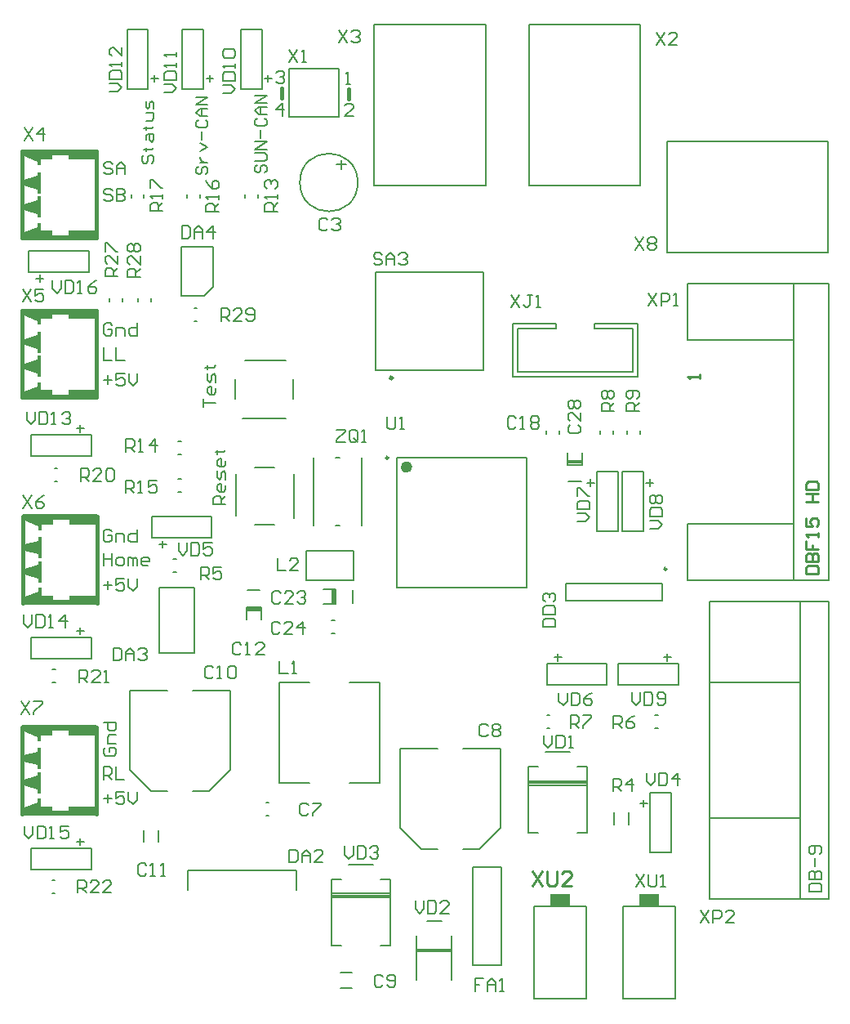
<source format=gto>
G04 Layer_Color=65535*
%FSLAX44Y44*%
%MOMM*%
G71*
G01*
G75*
%ADD33C,0.2000*%
%ADD34C,0.4000*%
%ADD35C,0.3000*%
%ADD39C,0.2500*%
%ADD72C,0.2540*%
%ADD73C,0.6000*%
%ADD74C,0.1524*%
%ADD75C,0.1800*%
%ADD76C,0.1500*%
G36*
X960120Y677314D02*
X972058D01*
Y672488D01*
X989076Y672496D01*
Y677314D01*
X1018032D01*
Y667408D01*
X941070D01*
Y675282D01*
X957076Y681246D01*
Y685496D01*
X960120D01*
Y677314D01*
D02*
G37*
G36*
X1017524Y532534D02*
X988284D01*
Y537034D01*
X971284D01*
Y532534D01*
X959284D01*
Y526534D01*
X956284D01*
Y530534D01*
X940308Y537106D01*
Y542948D01*
X1017524D01*
Y532534D01*
D02*
G37*
G36*
X960076Y715794D02*
X957076D01*
Y719794D01*
X942848Y723796D01*
Y729892D01*
X957076Y733794D01*
Y737794D01*
X960076D01*
Y715794D01*
D02*
G37*
G36*
Y690748D02*
X957076D01*
Y694748D01*
X942848Y698650D01*
Y704746D01*
X957076Y708748D01*
Y712748D01*
X960076D01*
Y690748D01*
D02*
G37*
G36*
X959314Y497354D02*
X956314D01*
Y501354D01*
X942086Y505356D01*
Y511452D01*
X956314Y515354D01*
Y519354D01*
X959314D01*
Y497354D01*
D02*
G37*
G36*
X1600708Y355638D02*
X1580388D01*
Y367792D01*
X1600708D01*
Y355638D01*
D02*
G37*
G36*
X1508252D02*
X1487932D01*
Y367792D01*
X1508252D01*
Y355638D01*
D02*
G37*
G36*
X959314Y472308D02*
X956314D01*
Y476308D01*
X942086Y480210D01*
Y486306D01*
X956314Y490308D01*
Y494308D01*
X959314D01*
Y472308D01*
D02*
G37*
G36*
X959358Y458874D02*
X971296D01*
Y454048D01*
X988314Y454056D01*
Y458874D01*
X1017270D01*
Y448968D01*
X940308D01*
Y456842D01*
X956314Y462806D01*
Y467056D01*
X959358D01*
Y458874D01*
D02*
G37*
G36*
X959314Y1068700D02*
X956314D01*
Y1072700D01*
X942086Y1076602D01*
Y1082698D01*
X956314Y1086700D01*
Y1090700D01*
X959314D01*
Y1068700D01*
D02*
G37*
G36*
X959358Y1055266D02*
X971296D01*
Y1050440D01*
X988314Y1050448D01*
Y1055266D01*
X1017270D01*
Y1045360D01*
X940308D01*
Y1053234D01*
X956314Y1059198D01*
Y1063448D01*
X959358D01*
Y1055266D01*
D02*
G37*
G36*
X1017524Y1128926D02*
X988284D01*
Y1133426D01*
X971284D01*
Y1128926D01*
X959284D01*
Y1122926D01*
X956284D01*
Y1126926D01*
X940308Y1133498D01*
Y1139340D01*
X1017524D01*
Y1128926D01*
D02*
G37*
G36*
X959314Y1093746D02*
X956314D01*
Y1097746D01*
X942086Y1101748D01*
Y1107844D01*
X956314Y1111746D01*
Y1115746D01*
X959314D01*
Y1093746D01*
D02*
G37*
G36*
X1017778Y963826D02*
X988538D01*
Y968326D01*
X971538D01*
Y963826D01*
X959538D01*
Y957826D01*
X956538D01*
Y961826D01*
X940562Y968398D01*
Y974240D01*
X1017778D01*
Y963826D01*
D02*
G37*
G36*
X959612Y890166D02*
X971550D01*
Y885340D01*
X988568Y885348D01*
Y890166D01*
X1017524D01*
Y880260D01*
X940562D01*
Y888134D01*
X956568Y894098D01*
Y898348D01*
X959612D01*
Y890166D01*
D02*
G37*
G36*
X1018286Y750974D02*
X989046D01*
Y755474D01*
X972046D01*
Y750974D01*
X960046D01*
Y744974D01*
X957046D01*
Y748974D01*
X941070Y755546D01*
Y761388D01*
X1018286D01*
Y750974D01*
D02*
G37*
G36*
X959568Y928646D02*
X956568D01*
Y932646D01*
X942340Y936648D01*
Y942744D01*
X956568Y946646D01*
Y950646D01*
X959568D01*
Y928646D01*
D02*
G37*
G36*
Y903600D02*
X956568D01*
Y907600D01*
X942340Y911502D01*
Y917598D01*
X956568Y921600D01*
Y925600D01*
X959568D01*
Y903600D01*
D02*
G37*
D33*
X1288222Y1105154D02*
G03*
X1288222Y1105154I-30000J0D01*
G01*
X1471092Y259588D02*
X1525016D01*
X1471092D02*
Y355388D01*
X1525092D01*
Y259588D02*
Y355388D01*
X958404Y1001862D02*
Y1009362D01*
X954654Y1005612D02*
X962154D01*
X947154Y1012112D02*
X1009154D01*
X947154D02*
Y1034112D01*
X1009154Y1012112D02*
Y1034112D01*
X947154D02*
X1009154D01*
X1112246Y392484D02*
X1224246D01*
X1112246Y372284D02*
Y392484D01*
X1224246Y372164D02*
Y392484D01*
X1496968Y844574D02*
Y847574D01*
X1483468Y844574D02*
Y847574D01*
X973860Y795382D02*
X976860D01*
X973860Y808882D02*
X976860D01*
X1101876Y836568D02*
X1104876D01*
X1101876Y823068D02*
X1104876D01*
X1172718Y663684D02*
X1187958D01*
X1173838Y682884D02*
X1186838D01*
X1172718Y665494D02*
X1187958D01*
Y652794D02*
Y665494D01*
X1172718Y652794D02*
Y665494D01*
Y661684D02*
X1187958D01*
X1270100Y270638D02*
X1282600D01*
X1270100Y286638D02*
X1282600D01*
X1265206Y820114D02*
X1269206D01*
X1265206Y750114D02*
X1269206D01*
X1242206D02*
Y820114D01*
X1292206Y750114D02*
Y820114D01*
X1563548Y259588D02*
X1617472D01*
X1563548D02*
Y355388D01*
X1617548D01*
Y259588D02*
Y355388D01*
X1283654Y692648D02*
Y723148D01*
X1235154D02*
X1283654D01*
X1235154Y692648D02*
Y723148D01*
Y692648D02*
X1283654D01*
X1096796Y714648D02*
X1099796D01*
X1096796Y701148D02*
X1099796D01*
X1193062Y462934D02*
X1196062D01*
X1193062Y449434D02*
X1196062D01*
X1504226Y671720D02*
Y689720D01*
X1604226Y671720D02*
Y689720D01*
X1504226Y671720D02*
X1604226D01*
X1504226Y689720D02*
X1604226D01*
X1580788Y844574D02*
Y847574D01*
X1567288Y844574D02*
Y847574D01*
X1552848Y844574D02*
Y847574D01*
X1539348Y844574D02*
Y847574D01*
X1596500Y553000D02*
X1599500D01*
X1596500Y539500D02*
X1599500D01*
X1587280Y794196D02*
X1594780D01*
X1591030Y790446D02*
Y797946D01*
X1584530Y743446D02*
Y805446D01*
X1562530D02*
X1584530D01*
X1562530Y743446D02*
X1584530D01*
X1562530D02*
Y805446D01*
X1525864Y794196D02*
X1533364D01*
X1529614Y790446D02*
Y797946D01*
X1536114Y743446D02*
Y805446D01*
X1558114D01*
X1536114Y743446D02*
X1558114D01*
Y805446D01*
X1495750Y609500D02*
Y617000D01*
X1492000Y613250D02*
X1499500D01*
X1484500Y606750D02*
X1546500D01*
X1484500Y584750D02*
Y606750D01*
X1546500Y584750D02*
Y606750D01*
X1484500Y584750D02*
X1546500D01*
X1609250Y609500D02*
Y617000D01*
X1605500Y613250D02*
X1613000D01*
X1558500Y606750D02*
X1620500D01*
Y584750D02*
Y606750D01*
X1558500Y584750D02*
Y606750D01*
Y584750D02*
X1620500D01*
X1526286Y431292D02*
Y499872D01*
X1465326Y431292D02*
Y499872D01*
X1483106Y515112D02*
X1508506D01*
X1516126Y431292D02*
X1526286D01*
X1465326D02*
X1475486D01*
X1516126Y499872D02*
X1526286D01*
X1465326D02*
X1475486D01*
X1465326Y484872D02*
X1526286D01*
X1465326Y482872D02*
X1526286D01*
X1465326Y480872D02*
X1526286D01*
X1407500Y294250D02*
X1437500D01*
Y396250D01*
X1407500D02*
X1437500D01*
X1407500Y294250D02*
Y396250D01*
X1206824Y482924D02*
X1237824D01*
X1206824D02*
Y586924D01*
X1237824D01*
X1279824Y482924D02*
X1310824D01*
Y586924D01*
X1279824D02*
X1310824D01*
X1553592Y440028D02*
Y452528D01*
X1569592Y440028D02*
Y452528D01*
X1332300Y518852D02*
X1371050D01*
X1332300Y436852D02*
Y518852D01*
Y436852D02*
X1354300Y414852D01*
X1371050D01*
X1397550Y518852D02*
X1436300D01*
Y436852D02*
Y518852D01*
X1414300Y414852D02*
X1436300Y436852D01*
X1397550Y414852D02*
X1414300D01*
X1349500Y278890D02*
Y324610D01*
X1385500Y278890D02*
Y324610D01*
X1359880Y339850D02*
X1375120D01*
X1349500Y308610D02*
X1385500D01*
X1349500Y310610D02*
X1385500D01*
X1322070Y314960D02*
Y383540D01*
X1261110Y314960D02*
Y383540D01*
X1278890Y398780D02*
X1304290D01*
X1311910Y314960D02*
X1322070D01*
X1261110D02*
X1271270D01*
X1311910Y383540D02*
X1322070D01*
X1261110D02*
X1271270D01*
X1261110Y368540D02*
X1322070D01*
X1261110Y366540D02*
X1322070D01*
X1261110Y364540D02*
X1322070D01*
X1051884Y578796D02*
X1090634D01*
X1051884Y496796D02*
Y578796D01*
Y496796D02*
X1073884Y474796D01*
X1090634D01*
X1117134Y578796D02*
X1155884D01*
Y496796D02*
Y578796D01*
X1133884Y474796D02*
X1155884Y496796D01*
X1117134Y474796D02*
X1133884D01*
X1065912Y421740D02*
Y434240D01*
X1081912Y421740D02*
Y434240D01*
X1580982Y461964D02*
X1588482D01*
X1584732Y458214D02*
Y465714D01*
X1591232Y411214D02*
Y473214D01*
X1613232D01*
X1591232Y411214D02*
X1613232D01*
Y473214D01*
X1082332Y618010D02*
X1118832D01*
Y685010D01*
X1082332D02*
X1118832D01*
X1082332Y618010D02*
Y685010D01*
X1085912Y726526D02*
Y734026D01*
X1082162Y730276D02*
X1089662D01*
X1074662Y736776D02*
X1136662D01*
X1074662D02*
Y758776D01*
X1136662Y736776D02*
Y758776D01*
X1074662D02*
X1136662D01*
X1073692Y1212912D02*
X1081192D01*
X1077442Y1209162D02*
Y1216662D01*
X1070942Y1201662D02*
Y1263662D01*
X1048942Y1201662D02*
X1070942D01*
X1048942Y1263662D02*
X1070942D01*
X1048942Y1201662D02*
Y1263662D01*
X1066692Y1089684D02*
Y1092684D01*
X1053192Y1089684D02*
Y1092684D01*
X1131096Y1212912D02*
X1138596D01*
X1134846Y1209162D02*
Y1216662D01*
X1128346Y1201662D02*
Y1263662D01*
X1106346Y1201662D02*
X1128346D01*
X1106346Y1263662D02*
X1128346D01*
X1106346Y1201662D02*
Y1263662D01*
X1191548Y1212912D02*
X1199048D01*
X1195298Y1209162D02*
Y1216662D01*
X1188798Y1201662D02*
Y1263662D01*
X1166798Y1201662D02*
X1188798D01*
X1166798Y1263662D02*
X1188798D01*
X1166798Y1201662D02*
Y1263662D01*
X1171048Y1089684D02*
Y1092684D01*
X1184548Y1089684D02*
Y1092684D01*
X1181768Y750288D02*
X1201768D01*
X1161768Y760288D02*
Y802788D01*
X1181768Y810288D02*
X1201768D01*
X1221768Y757788D02*
Y802788D01*
X1161260Y881032D02*
Y901032D01*
X1171260Y921032D02*
X1213760D01*
X1221260Y881032D02*
Y901032D01*
X1168760Y861032D02*
X1213760D01*
X1263450Y668528D02*
Y683768D01*
X1282650Y669648D02*
Y682648D01*
X1265260Y668528D02*
Y683768D01*
X1252560Y668528D02*
X1265260D01*
X1252560Y683768D02*
X1265260D01*
X1261450Y668528D02*
Y683768D01*
X1261206Y638410D02*
X1264206D01*
X1261206Y651910D02*
X1264206D01*
X1418336Y910336D02*
Y1011936D01*
X1306576Y910336D02*
X1418336D01*
X1306576Y1011936D02*
X1418336D01*
X1306576Y910336D02*
Y1011936D01*
X1030840Y981734D02*
Y984734D01*
X1044340Y981734D02*
Y984734D01*
X1073550Y981734D02*
Y984734D01*
X1060050Y981734D02*
Y984734D01*
X1118640Y961752D02*
X1121640D01*
X1118640Y975252D02*
X1121640D01*
X1217030Y1172802D02*
X1269030D01*
Y1222802D01*
X1217030D02*
X1269030D01*
X1217030Y1197802D02*
Y1222802D01*
Y1172802D02*
Y1197802D01*
X1581404Y1101936D02*
Y1268436D01*
X1465580Y1101936D02*
X1581404D01*
X1465580D02*
Y1268436D01*
X1581404D01*
X1421130Y1101936D02*
Y1268436D01*
X1305306Y1101936D02*
X1421130D01*
X1305306D02*
Y1268436D01*
X1421130D01*
X1266222Y1123654D02*
X1276222D01*
X1271222Y1118654D02*
Y1128654D01*
X1101876Y784206D02*
X1104876D01*
X1101876Y797706D02*
X1104876D01*
X1533652Y953832D02*
X1573652D01*
X1533652Y958832D02*
X1578652D01*
X1533652Y953832D02*
Y958832D01*
X1453652Y953832D02*
X1493652D01*
X1448652Y958832D02*
X1493652D01*
Y953832D02*
Y958832D01*
X1453652Y908832D02*
X1573652D01*
X1448652Y903832D02*
X1578652D01*
Y958832D01*
X1448652Y903832D02*
Y958832D01*
X1453652Y908832D02*
Y953832D01*
X1573652Y908832D02*
Y953832D01*
X1652984Y586890D02*
X1746984D01*
X1776984Y362890D02*
Y670890D01*
X1652984Y446890D02*
X1746984D01*
X1652984Y362890D02*
Y670890D01*
X1776984D01*
X1652984Y362890D02*
X1776984D01*
X1746984D02*
Y670890D01*
X1484250Y553000D02*
X1487250D01*
X1484250Y539500D02*
X1487250D01*
X1775928Y1032256D02*
Y1148080D01*
X1609428D02*
X1775928D01*
X1609428Y1032256D02*
Y1148080D01*
Y1032256D02*
X1775928D01*
X949694Y393622D02*
X1011694D01*
X949694D02*
Y415622D01*
X1011694Y393622D02*
Y415622D01*
X949694D02*
X1011694D01*
X996694Y422122D02*
X1004194D01*
X1000444Y418372D02*
Y425872D01*
X971320Y382162D02*
X974320D01*
X971320Y368662D02*
X974320D01*
X949694Y612062D02*
X1011694D01*
X949694D02*
Y634062D01*
X1011694Y612062D02*
Y634062D01*
X949694D02*
X1011694D01*
X996694Y640562D02*
X1004194D01*
X1000444Y636812D02*
Y644312D01*
X971828Y600348D02*
X974828D01*
X971828Y586848D02*
X974828D01*
X949694Y821612D02*
X1011694D01*
X949694D02*
Y843612D01*
X1011694Y821612D02*
Y843612D01*
X949694D02*
X1011694D01*
X996694Y850112D02*
X1004194D01*
X1000444Y846362D02*
Y853862D01*
X1124350Y1089684D02*
Y1092684D01*
X1110850Y1089684D02*
Y1092684D01*
X1505712Y816596D02*
X1520952D01*
Y812786D02*
Y825486D01*
X1505712Y812786D02*
Y825486D01*
Y812786D02*
X1520952D01*
X1506832Y795396D02*
X1519832D01*
X1505712Y814596D02*
X1520952D01*
X1328738Y685356D02*
X1463738D01*
X1328738Y820356D02*
X1463738D01*
Y685356D02*
Y820356D01*
X1328738Y685356D02*
Y820356D01*
X1105154Y1038860D02*
X1138174D01*
Y996950D02*
Y1038860D01*
X1105154Y988060D02*
Y1038860D01*
X1129284Y988060D02*
X1138174Y996950D01*
X1105154Y988060D02*
X1129284D01*
X1756114Y370332D02*
X1769110D01*
Y376830D01*
X1766944Y378996D01*
X1758280D01*
X1756114Y376830D01*
Y370332D01*
Y383328D02*
X1769110D01*
Y389826D01*
X1766944Y391992D01*
X1764778D01*
X1762612Y389826D01*
Y383328D01*
Y389826D01*
X1760446Y391992D01*
X1758280D01*
X1756114Y389826D01*
Y383328D01*
X1762612Y396324D02*
Y404987D01*
X1766944Y409319D02*
X1769110Y411485D01*
Y415817D01*
X1766944Y417983D01*
X1758280D01*
X1756114Y415817D01*
Y411485D01*
X1758280Y409319D01*
X1760446D01*
X1762612Y411485D01*
Y417983D01*
X1643750Y351246D02*
X1652414Y338250D01*
Y351246D02*
X1643750Y338250D01*
X1656746D02*
Y351246D01*
X1663244D01*
X1665410Y349080D01*
Y344748D01*
X1663244Y342582D01*
X1656746D01*
X1678405Y338250D02*
X1669742D01*
X1678405Y346914D01*
Y349080D01*
X1676239Y351246D01*
X1671908D01*
X1669742Y349080D01*
X939292Y567478D02*
X947956Y554482D01*
Y567478D02*
X939292Y554482D01*
X952288Y567478D02*
X960952D01*
Y565312D01*
X952288Y556648D01*
Y554482D01*
X941324Y780838D02*
X949988Y767842D01*
Y780838D02*
X941324Y767842D01*
X962984Y780838D02*
X958652Y778672D01*
X954320Y774340D01*
Y770008D01*
X956486Y767842D01*
X960818D01*
X962984Y770008D01*
Y772174D01*
X960818Y774340D01*
X954320D01*
X940816Y994452D02*
X949480Y981456D01*
Y994452D02*
X940816Y981456D01*
X962476Y994452D02*
X953812D01*
Y987954D01*
X958144Y990120D01*
X960310D01*
X962476Y987954D01*
Y983622D01*
X960310Y981456D01*
X955978D01*
X953812Y983622D01*
X942594Y1161838D02*
X951258Y1148842D01*
Y1161838D02*
X942594Y1148842D01*
X962088D02*
Y1161838D01*
X955590Y1155340D01*
X964254D01*
X1318750Y862496D02*
Y851666D01*
X1320916Y849500D01*
X1325248D01*
X1327414Y851666D01*
Y862496D01*
X1331746Y849500D02*
X1336078D01*
X1333912D01*
Y862496D01*
X1331746Y860330D01*
X1001000Y795750D02*
Y808746D01*
X1007498D01*
X1009664Y806580D01*
Y802248D01*
X1007498Y800082D01*
X1001000D01*
X1005332D02*
X1009664Y795750D01*
X1022660D02*
X1013996D01*
X1022660Y804414D01*
Y806580D01*
X1020494Y808746D01*
X1016162D01*
X1013996Y806580D01*
X1026992D02*
X1029158Y808746D01*
X1033490D01*
X1035656Y806580D01*
Y797916D01*
X1033490Y795750D01*
X1029158D01*
X1026992Y797916D01*
Y806580D01*
X1144016Y1074674D02*
X1131020D01*
Y1081172D01*
X1133186Y1083338D01*
X1137518D01*
X1139684Y1081172D01*
Y1074674D01*
Y1079006D02*
X1144016Y1083338D01*
Y1087670D02*
Y1092002D01*
Y1089836D01*
X1131020D01*
X1133186Y1087670D01*
X1131020Y1107163D02*
X1133186Y1102832D01*
X1137518Y1098500D01*
X1141850D01*
X1144016Y1100666D01*
Y1104997D01*
X1141850Y1107163D01*
X1139684D01*
X1137518Y1104997D01*
Y1098500D01*
X1508750Y540000D02*
Y552996D01*
X1515248D01*
X1517414Y550830D01*
Y546498D01*
X1515248Y544332D01*
X1508750D01*
X1513082D02*
X1517414Y540000D01*
X1521746Y552996D02*
X1530410D01*
Y550830D01*
X1521746Y542166D01*
Y540000D01*
X1480270Y644906D02*
X1493266D01*
Y651404D01*
X1491100Y653570D01*
X1482436D01*
X1480270Y651404D01*
Y644906D01*
Y657902D02*
X1493266D01*
Y664400D01*
X1491100Y666566D01*
X1482436D01*
X1480270Y664400D01*
Y657902D01*
X1482436Y670898D02*
X1480270Y673064D01*
Y677395D01*
X1482436Y679561D01*
X1484602D01*
X1486768Y677395D01*
Y675230D01*
Y677395D01*
X1488934Y679561D01*
X1491100D01*
X1493266Y677395D01*
Y673064D01*
X1491100Y670898D01*
X1591014Y746506D02*
X1599678D01*
X1604010Y750838D01*
X1599678Y755170D01*
X1591014D01*
Y759502D02*
X1604010D01*
Y766000D01*
X1601844Y768166D01*
X1593180D01*
X1591014Y766000D01*
Y759502D01*
X1593180Y772498D02*
X1591014Y774664D01*
Y778996D01*
X1593180Y781161D01*
X1595346D01*
X1597512Y778996D01*
X1599678Y781161D01*
X1601844D01*
X1604010Y778996D01*
Y774664D01*
X1601844Y772498D01*
X1599678D01*
X1597512Y774664D01*
X1595346Y772498D01*
X1593180D01*
X1597512Y774664D02*
Y778996D01*
X1515830Y753872D02*
X1524494D01*
X1528826Y758204D01*
X1524494Y762536D01*
X1515830D01*
Y766868D02*
X1528826D01*
Y773366D01*
X1526660Y775532D01*
X1517996D01*
X1515830Y773366D01*
Y766868D01*
Y779864D02*
Y788528D01*
X1517996D01*
X1526660Y779864D01*
X1528826D01*
X1496750Y576496D02*
Y567832D01*
X1501082Y563500D01*
X1505414Y567832D01*
Y576496D01*
X1509746D02*
Y563500D01*
X1516244D01*
X1518410Y565666D01*
Y574330D01*
X1516244Y576496D01*
X1509746D01*
X1531405D02*
X1527074Y574330D01*
X1522742Y569998D01*
Y565666D01*
X1524908Y563500D01*
X1529240D01*
X1531405Y565666D01*
Y567832D01*
X1529240Y569998D01*
X1522742D01*
X1572500Y576746D02*
Y568082D01*
X1576832Y563750D01*
X1581164Y568082D01*
Y576746D01*
X1585496D02*
Y563750D01*
X1591994D01*
X1594160Y565916D01*
Y574580D01*
X1591994Y576746D01*
X1585496D01*
X1598492Y565916D02*
X1600658Y563750D01*
X1604989D01*
X1607155Y565916D01*
Y574580D01*
X1604989Y576746D01*
X1600658D01*
X1598492Y574580D01*
Y572414D01*
X1600658Y570248D01*
X1607155D01*
X1579880Y868172D02*
X1566884D01*
Y874670D01*
X1569050Y876836D01*
X1573382D01*
X1575548Y874670D01*
Y868172D01*
Y872504D02*
X1579880Y876836D01*
X1577714Y881168D02*
X1579880Y883334D01*
Y887666D01*
X1577714Y889832D01*
X1569050D01*
X1566884Y887666D01*
Y883334D01*
X1569050Y881168D01*
X1571216D01*
X1573382Y883334D01*
Y889832D01*
X1553972Y868172D02*
X1540976D01*
Y874670D01*
X1543142Y876836D01*
X1547474D01*
X1549640Y874670D01*
Y868172D01*
Y872504D02*
X1553972Y876836D01*
X1543142Y881168D02*
X1540976Y883334D01*
Y887666D01*
X1543142Y889832D01*
X1545308D01*
X1547474Y887666D01*
X1549640Y889832D01*
X1551806D01*
X1553972Y887666D01*
Y883334D01*
X1551806Y881168D01*
X1549640D01*
X1547474Y883334D01*
X1545308Y881168D01*
X1543142D01*
X1547474Y883334D02*
Y887666D01*
X1553500Y539750D02*
Y552746D01*
X1559998D01*
X1562164Y550580D01*
Y546248D01*
X1559998Y544082D01*
X1553500D01*
X1557832D02*
X1562164Y539750D01*
X1575160Y552746D02*
X1570828Y550580D01*
X1566496Y546248D01*
Y541916D01*
X1568662Y539750D01*
X1572994D01*
X1575160Y541916D01*
Y544082D01*
X1572994Y546248D01*
X1566496D01*
X1266500Y849246D02*
X1275164D01*
Y847080D01*
X1266500Y838416D01*
Y836250D01*
X1275164D01*
X1288160Y838416D02*
Y847080D01*
X1285994Y849246D01*
X1281662D01*
X1279496Y847080D01*
Y838416D01*
X1281662Y836250D01*
X1285994D01*
X1283828Y840582D02*
X1288160Y836250D01*
X1285994D02*
X1288160Y838416D01*
X1292492Y836250D02*
X1296824D01*
X1294658D01*
Y849246D01*
X1292492Y847080D01*
X1576578Y388154D02*
X1585242Y375158D01*
Y388154D02*
X1576578Y375158D01*
X1589574Y388154D02*
Y377324D01*
X1591740Y375158D01*
X1596072D01*
X1598238Y377324D01*
Y388154D01*
X1602570Y375158D02*
X1606902D01*
X1604736D01*
Y388154D01*
X1602570Y385988D01*
X1447292Y988864D02*
X1455956Y975868D01*
Y988864D02*
X1447292Y975868D01*
X1468952Y988864D02*
X1464620D01*
X1466786D01*
Y978034D01*
X1464620Y975868D01*
X1462454D01*
X1460288Y978034D01*
X1473284Y975868D02*
X1477616D01*
X1475450D01*
Y988864D01*
X1473284Y986698D01*
X1268730Y1262930D02*
X1277394Y1249934D01*
Y1262930D02*
X1268730Y1249934D01*
X1281726Y1260764D02*
X1283892Y1262930D01*
X1288224D01*
X1290390Y1260764D01*
Y1258598D01*
X1288224Y1256432D01*
X1286058D01*
X1288224D01*
X1290390Y1254266D01*
Y1252100D01*
X1288224Y1249934D01*
X1283892D01*
X1281726Y1252100D01*
X1597914Y1260390D02*
X1606578Y1247394D01*
Y1260390D02*
X1597914Y1247394D01*
X1619574D02*
X1610910D01*
X1619574Y1256058D01*
Y1258224D01*
X1617408Y1260390D01*
X1613076D01*
X1610910Y1258224D01*
X1217168Y1242864D02*
X1225832Y1229868D01*
Y1242864D02*
X1217168Y1229868D01*
X1230164D02*
X1234496D01*
X1232330D01*
Y1242864D01*
X1230164Y1240698D01*
X971804Y1003596D02*
Y994932D01*
X976136Y990600D01*
X980468Y994932D01*
Y1003596D01*
X984800D02*
Y990600D01*
X991298D01*
X993464Y992766D01*
Y1001430D01*
X991298Y1003596D01*
X984800D01*
X997796Y990600D02*
X1002128D01*
X999962D01*
Y1003596D01*
X997796Y1001430D01*
X1017289Y1003596D02*
X1012957Y1001430D01*
X1008625Y997098D01*
Y992766D01*
X1010791Y990600D01*
X1015123D01*
X1017289Y992766D01*
Y994932D01*
X1015123Y997098D01*
X1008625D01*
X1148292Y1197610D02*
X1156956D01*
X1161288Y1201942D01*
X1156956Y1206274D01*
X1148292D01*
Y1210606D02*
X1161288D01*
Y1217104D01*
X1159122Y1219270D01*
X1150458D01*
X1148292Y1217104D01*
Y1210606D01*
X1161288Y1223602D02*
Y1227934D01*
Y1225768D01*
X1148292D01*
X1150458Y1223602D01*
Y1234431D02*
X1148292Y1236597D01*
Y1240929D01*
X1150458Y1243095D01*
X1159122D01*
X1161288Y1240929D01*
Y1236597D01*
X1159122Y1234431D01*
X1150458D01*
X1087586Y1198626D02*
X1096250D01*
X1100582Y1202958D01*
X1096250Y1207290D01*
X1087586D01*
Y1211622D02*
X1100582D01*
Y1218120D01*
X1098416Y1220286D01*
X1089752D01*
X1087586Y1218120D01*
Y1211622D01*
X1100582Y1224618D02*
Y1228950D01*
Y1226784D01*
X1087586D01*
X1089752Y1224618D01*
X1100582Y1235447D02*
Y1239779D01*
Y1237613D01*
X1087586D01*
X1089752Y1235447D01*
X1030690Y1199388D02*
X1039354D01*
X1043686Y1203720D01*
X1039354Y1208052D01*
X1030690D01*
Y1212384D02*
X1043686D01*
Y1218882D01*
X1041520Y1221048D01*
X1032856D01*
X1030690Y1218882D01*
Y1212384D01*
X1043686Y1225380D02*
Y1229712D01*
Y1227546D01*
X1030690D01*
X1032856Y1225380D01*
X1043686Y1244873D02*
Y1236209D01*
X1035022Y1244873D01*
X1032856D01*
X1030690Y1242707D01*
Y1238375D01*
X1032856Y1236209D01*
X1102360Y731816D02*
Y723152D01*
X1106692Y718820D01*
X1111024Y723152D01*
Y731816D01*
X1115356D02*
Y718820D01*
X1121854D01*
X1124020Y720986D01*
Y729650D01*
X1121854Y731816D01*
X1115356D01*
X1137016D02*
X1128352D01*
Y725318D01*
X1132684Y727484D01*
X1134849D01*
X1137016Y725318D01*
Y720986D01*
X1134849Y718820D01*
X1130518D01*
X1128352Y720986D01*
X1587750Y493496D02*
Y484832D01*
X1592082Y480500D01*
X1596414Y484832D01*
Y493496D01*
X1600746D02*
Y480500D01*
X1607244D01*
X1609410Y482666D01*
Y491330D01*
X1607244Y493496D01*
X1600746D01*
X1620240Y480500D02*
Y493496D01*
X1613742Y486998D01*
X1622406D01*
X1274826Y417618D02*
Y408954D01*
X1279158Y404622D01*
X1283490Y408954D01*
Y417618D01*
X1287822D02*
Y404622D01*
X1294320D01*
X1296486Y406788D01*
Y415452D01*
X1294320Y417618D01*
X1287822D01*
X1300818Y415452D02*
X1302984Y417618D01*
X1307316D01*
X1309482Y415452D01*
Y413286D01*
X1307316Y411120D01*
X1305150D01*
X1307316D01*
X1309482Y408954D01*
Y406788D01*
X1307316Y404622D01*
X1302984D01*
X1300818Y406788D01*
X1347942Y360974D02*
Y352310D01*
X1352274Y347978D01*
X1356606Y352310D01*
Y360974D01*
X1360938D02*
Y347978D01*
X1367436D01*
X1369602Y350144D01*
Y358808D01*
X1367436Y360974D01*
X1360938D01*
X1382598Y347978D02*
X1373934D01*
X1382598Y356642D01*
Y358808D01*
X1380432Y360974D01*
X1376100D01*
X1373934Y358808D01*
X1481250Y532496D02*
Y523832D01*
X1485582Y519500D01*
X1489914Y523832D01*
Y532496D01*
X1494246D02*
Y519500D01*
X1500744D01*
X1502910Y521666D01*
Y530330D01*
X1500744Y532496D01*
X1494246D01*
X1507242Y519500D02*
X1511574D01*
X1509408D01*
Y532496D01*
X1507242Y530330D01*
X1313462Y1030386D02*
X1311296Y1032552D01*
X1306964D01*
X1304798Y1030386D01*
Y1028220D01*
X1306964Y1026054D01*
X1311296D01*
X1313462Y1023888D01*
Y1021722D01*
X1311296Y1019556D01*
X1306964D01*
X1304798Y1021722D01*
X1317794Y1019556D02*
Y1028220D01*
X1322126Y1032552D01*
X1326458Y1028220D01*
Y1019556D01*
Y1026054D01*
X1317794D01*
X1330790Y1030386D02*
X1332956Y1032552D01*
X1337287D01*
X1339453Y1030386D01*
Y1028220D01*
X1337287Y1026054D01*
X1335122D01*
X1337287D01*
X1339453Y1023888D01*
Y1021722D01*
X1337287Y1019556D01*
X1332956D01*
X1330790Y1021722D01*
X1146556Y961644D02*
Y974640D01*
X1153054D01*
X1155220Y972474D01*
Y968142D01*
X1153054Y965976D01*
X1146556D01*
X1150888D02*
X1155220Y961644D01*
X1168216D02*
X1159552D01*
X1168216Y970308D01*
Y972474D01*
X1166050Y974640D01*
X1161718D01*
X1159552Y972474D01*
X1172548Y963810D02*
X1174714Y961644D01*
X1179045D01*
X1181211Y963810D01*
Y972474D01*
X1179045Y974640D01*
X1174714D01*
X1172548Y972474D01*
Y970308D01*
X1174714Y968142D01*
X1181211D01*
X1062500Y1007250D02*
X1049504D01*
Y1013748D01*
X1051670Y1015914D01*
X1056002D01*
X1058168Y1013748D01*
Y1007250D01*
Y1011582D02*
X1062500Y1015914D01*
Y1028910D02*
Y1020246D01*
X1053836Y1028910D01*
X1051670D01*
X1049504Y1026744D01*
Y1022412D01*
X1051670Y1020246D01*
Y1033242D02*
X1049504Y1035408D01*
Y1039740D01*
X1051670Y1041906D01*
X1053836D01*
X1056002Y1039740D01*
X1058168Y1041906D01*
X1060334D01*
X1062500Y1039740D01*
Y1035408D01*
X1060334Y1033242D01*
X1058168D01*
X1056002Y1035408D01*
X1053836Y1033242D01*
X1051670D01*
X1056002Y1035408D02*
Y1039740D01*
X1039250Y1007750D02*
X1026254D01*
Y1014248D01*
X1028420Y1016414D01*
X1032752D01*
X1034918Y1014248D01*
Y1007750D01*
Y1012082D02*
X1039250Y1016414D01*
Y1029410D02*
Y1020746D01*
X1030586Y1029410D01*
X1028420D01*
X1026254Y1027244D01*
Y1022912D01*
X1028420Y1020746D01*
X1026254Y1033742D02*
Y1042405D01*
X1028420D01*
X1037084Y1033742D01*
X1039250D01*
X1204976Y1075182D02*
X1191980D01*
Y1081680D01*
X1194146Y1083846D01*
X1198478D01*
X1200644Y1081680D01*
Y1075182D01*
Y1079514D02*
X1204976Y1083846D01*
Y1088178D02*
Y1092510D01*
Y1090344D01*
X1191980D01*
X1194146Y1088178D01*
Y1099008D02*
X1191980Y1101174D01*
Y1105506D01*
X1194146Y1107672D01*
X1196312D01*
X1198478Y1105506D01*
Y1103340D01*
Y1105506D01*
X1200644Y1107672D01*
X1202810D01*
X1204976Y1105506D01*
Y1101174D01*
X1202810Y1099008D01*
X1047496Y783336D02*
Y796332D01*
X1053994D01*
X1056160Y794166D01*
Y789834D01*
X1053994Y787668D01*
X1047496D01*
X1051828D02*
X1056160Y783336D01*
X1060492D02*
X1064824D01*
X1062658D01*
Y796332D01*
X1060492Y794166D01*
X1079986Y796332D02*
X1071322D01*
Y789834D01*
X1075654Y792000D01*
X1077820D01*
X1079986Y789834D01*
Y785502D01*
X1077820Y783336D01*
X1073488D01*
X1071322Y785502D01*
X1086104Y1075436D02*
X1073108D01*
Y1081934D01*
X1075274Y1084100D01*
X1079606D01*
X1081772Y1081934D01*
Y1075436D01*
Y1079768D02*
X1086104Y1084100D01*
Y1088432D02*
Y1092764D01*
Y1090598D01*
X1073108D01*
X1075274Y1088432D01*
X1073108Y1099262D02*
Y1107925D01*
X1075274D01*
X1083938Y1099262D01*
X1086104D01*
X1125474Y693674D02*
Y706670D01*
X1131972D01*
X1134138Y704504D01*
Y700172D01*
X1131972Y698006D01*
X1125474D01*
X1129806D02*
X1134138Y693674D01*
X1147134Y706670D02*
X1138470D01*
Y700172D01*
X1142802Y702338D01*
X1144968D01*
X1147134Y700172D01*
Y695840D01*
X1144968Y693674D01*
X1140636D01*
X1138470Y695840D01*
X1552750Y474500D02*
Y487496D01*
X1559248D01*
X1561414Y485330D01*
Y480998D01*
X1559248Y478832D01*
X1552750D01*
X1557082D02*
X1561414Y474500D01*
X1572244D02*
Y487496D01*
X1565746Y480998D01*
X1574410D01*
X1204794Y715814D02*
Y702818D01*
X1213458D01*
X1226453D02*
X1217790D01*
X1226453Y711482D01*
Y713648D01*
X1224287Y715814D01*
X1219956D01*
X1217790Y713648D01*
X1207262Y609134D02*
Y596138D01*
X1215926D01*
X1220258D02*
X1224590D01*
X1222424D01*
Y609134D01*
X1220258Y606968D01*
X1418414Y280496D02*
X1409750D01*
Y273998D01*
X1414082D01*
X1409750D01*
Y267500D01*
X1422746D02*
Y276164D01*
X1427078Y280496D01*
X1431410Y276164D01*
Y267500D01*
Y273998D01*
X1422746D01*
X1435742Y267500D02*
X1440074D01*
X1437908D01*
Y280496D01*
X1435742Y278330D01*
X1105916Y1060238D02*
Y1047242D01*
X1112414D01*
X1114580Y1049408D01*
Y1058072D01*
X1112414Y1060238D01*
X1105916D01*
X1118912Y1047242D02*
Y1055906D01*
X1123244Y1060238D01*
X1127576Y1055906D01*
Y1047242D01*
Y1053740D01*
X1118912D01*
X1138406Y1047242D02*
Y1060238D01*
X1131908Y1053740D01*
X1140572D01*
X1034750Y622996D02*
Y610000D01*
X1041248D01*
X1043414Y612166D01*
Y620830D01*
X1041248Y622996D01*
X1034750D01*
X1047746Y610000D02*
Y618664D01*
X1052078Y622996D01*
X1056410Y618664D01*
Y610000D01*
Y616498D01*
X1047746D01*
X1060742Y620830D02*
X1062908Y622996D01*
X1067240D01*
X1069406Y620830D01*
Y618664D01*
X1067240Y616498D01*
X1065074D01*
X1067240D01*
X1069406Y614332D01*
Y612166D01*
X1067240Y610000D01*
X1062908D01*
X1060742Y612166D01*
X1217422Y414062D02*
Y401066D01*
X1223920D01*
X1226086Y403232D01*
Y411896D01*
X1223920Y414062D01*
X1217422D01*
X1230418Y401066D02*
Y409730D01*
X1234750Y414062D01*
X1239082Y409730D01*
Y401066D01*
Y407564D01*
X1230418D01*
X1252077Y401066D02*
X1243414D01*
X1252077Y409730D01*
Y411896D01*
X1249911Y414062D01*
X1245580D01*
X1243414Y411896D01*
X1452400Y860714D02*
X1450234Y862880D01*
X1445902D01*
X1443736Y860714D01*
Y852050D01*
X1445902Y849884D01*
X1450234D01*
X1452400Y852050D01*
X1456732Y849884D02*
X1461064D01*
X1458898D01*
Y862880D01*
X1456732Y860714D01*
X1467562D02*
X1469728Y862880D01*
X1474059D01*
X1476225Y860714D01*
Y858548D01*
X1474059Y856382D01*
X1476225Y854216D01*
Y852050D01*
X1474059Y849884D01*
X1469728D01*
X1467562Y852050D01*
Y854216D01*
X1469728Y856382D01*
X1467562Y858548D01*
Y860714D01*
X1469728Y856382D02*
X1474059D01*
X1207616Y648116D02*
X1205450Y650282D01*
X1201118D01*
X1198952Y648116D01*
Y639452D01*
X1201118Y637286D01*
X1205450D01*
X1207616Y639452D01*
X1220611Y637286D02*
X1211948D01*
X1220611Y645950D01*
Y648116D01*
X1218446Y650282D01*
X1214113D01*
X1211948Y648116D01*
X1231441Y637286D02*
Y650282D01*
X1224943Y643784D01*
X1233607D01*
X1208124Y679612D02*
X1205958Y681778D01*
X1201626D01*
X1199460Y679612D01*
Y670948D01*
X1201626Y668782D01*
X1205958D01*
X1208124Y670948D01*
X1221120Y668782D02*
X1212456D01*
X1221120Y677446D01*
Y679612D01*
X1218953Y681778D01*
X1214622D01*
X1212456Y679612D01*
X1225451D02*
X1227617Y681778D01*
X1231949D01*
X1234115Y679612D01*
Y677446D01*
X1231949Y675280D01*
X1229783D01*
X1231949D01*
X1234115Y673114D01*
Y670948D01*
X1231949Y668782D01*
X1227617D01*
X1225451Y670948D01*
X1167414Y626580D02*
X1165248Y628746D01*
X1160916D01*
X1158750Y626580D01*
Y617916D01*
X1160916Y615750D01*
X1165248D01*
X1167414Y617916D01*
X1171746Y615750D02*
X1176078D01*
X1173912D01*
Y628746D01*
X1171746Y626580D01*
X1191239Y615750D02*
X1182576D01*
X1191239Y624414D01*
Y626580D01*
X1189073Y628746D01*
X1184742D01*
X1182576Y626580D01*
X1069114Y397672D02*
X1066948Y399838D01*
X1062616D01*
X1060450Y397672D01*
Y389008D01*
X1062616Y386842D01*
X1066948D01*
X1069114Y389008D01*
X1073446Y386842D02*
X1077778D01*
X1075612D01*
Y399838D01*
X1073446Y397672D01*
X1084276Y386842D02*
X1088608D01*
X1086442D01*
Y399838D01*
X1084276Y397672D01*
X1138456Y602142D02*
X1136290Y604308D01*
X1131958D01*
X1129792Y602142D01*
Y593478D01*
X1131958Y591312D01*
X1136290D01*
X1138456Y593478D01*
X1142788Y591312D02*
X1147120D01*
X1144954D01*
Y604308D01*
X1142788Y602142D01*
X1153618D02*
X1155784Y604308D01*
X1160116D01*
X1162281Y602142D01*
Y593478D01*
X1160116Y591312D01*
X1155784D01*
X1153618Y593478D01*
Y602142D01*
X1314224Y282356D02*
X1312058Y284522D01*
X1307726D01*
X1305560Y282356D01*
Y273692D01*
X1307726Y271526D01*
X1312058D01*
X1314224Y273692D01*
X1318556D02*
X1320722Y271526D01*
X1325054D01*
X1327220Y273692D01*
Y282356D01*
X1325054Y284522D01*
X1320722D01*
X1318556Y282356D01*
Y280190D01*
X1320722Y278024D01*
X1327220D01*
X1423164Y542080D02*
X1420998Y544246D01*
X1416666D01*
X1414500Y542080D01*
Y533416D01*
X1416666Y531250D01*
X1420998D01*
X1423164Y533416D01*
X1427496Y542080D02*
X1429662Y544246D01*
X1433994D01*
X1436160Y542080D01*
Y539914D01*
X1433994Y537748D01*
X1436160Y535582D01*
Y533416D01*
X1433994Y531250D01*
X1429662D01*
X1427496Y533416D01*
Y535582D01*
X1429662Y537748D01*
X1427496Y539914D01*
Y542080D01*
X1429662Y537748D02*
X1433994D01*
X1237008Y460156D02*
X1234842Y462322D01*
X1230510D01*
X1228344Y460156D01*
Y451492D01*
X1230510Y449326D01*
X1234842D01*
X1237008Y451492D01*
X1241340Y462322D02*
X1250004D01*
Y460156D01*
X1241340Y451492D01*
Y449326D01*
X1257074Y1066200D02*
X1254908Y1068366D01*
X1250576D01*
X1248410Y1066200D01*
Y1057536D01*
X1250576Y1055370D01*
X1254908D01*
X1257074Y1057536D01*
X1261406Y1066200D02*
X1263572Y1068366D01*
X1267904D01*
X1270070Y1066200D01*
Y1064034D01*
X1267904Y1061868D01*
X1265738D01*
X1267904D01*
X1270070Y1059702D01*
Y1057536D01*
X1267904Y1055370D01*
X1263572D01*
X1261406Y1057536D01*
X1576000Y1048246D02*
X1584664Y1035250D01*
Y1048246D02*
X1576000Y1035250D01*
X1588996Y1046080D02*
X1591162Y1048246D01*
X1595494D01*
X1597660Y1046080D01*
Y1043914D01*
X1595494Y1041748D01*
X1597660Y1039582D01*
Y1037416D01*
X1595494Y1035250D01*
X1591162D01*
X1588996Y1037416D01*
Y1039582D01*
X1591162Y1041748D01*
X1588996Y1043914D01*
Y1046080D01*
X1591162Y1041748D02*
X1595494D01*
X1048004Y826262D02*
Y839258D01*
X1054502D01*
X1056668Y837092D01*
Y832760D01*
X1054502Y830594D01*
X1048004D01*
X1052336D02*
X1056668Y826262D01*
X1061000D02*
X1065332D01*
X1063166D01*
Y839258D01*
X1061000Y837092D01*
X1078327Y826262D02*
Y839258D01*
X1071830Y832760D01*
X1080493D01*
X999490Y587248D02*
Y600244D01*
X1005988D01*
X1008154Y598078D01*
Y593746D01*
X1005988Y591580D01*
X999490D01*
X1003822D02*
X1008154Y587248D01*
X1021150D02*
X1012486D01*
X1021150Y595912D01*
Y598078D01*
X1018984Y600244D01*
X1014652D01*
X1012486Y598078D01*
X1025482Y587248D02*
X1029814D01*
X1027648D01*
Y600244D01*
X1025482Y598078D01*
X997966Y369316D02*
Y382312D01*
X1004464D01*
X1006630Y380146D01*
Y375814D01*
X1004464Y373648D01*
X997966D01*
X1002298D02*
X1006630Y369316D01*
X1019626D02*
X1010962D01*
X1019626Y377980D01*
Y380146D01*
X1017460Y382312D01*
X1013128D01*
X1010962Y380146D01*
X1032622Y369316D02*
X1023958D01*
X1032622Y377980D01*
Y380146D01*
X1030455Y382312D01*
X1026124D01*
X1023958Y380146D01*
X944880Y867452D02*
Y858788D01*
X949212Y854456D01*
X953544Y858788D01*
Y867452D01*
X957876D02*
Y854456D01*
X964374D01*
X966540Y856622D01*
Y865286D01*
X964374Y867452D01*
X957876D01*
X970872Y854456D02*
X975204D01*
X973038D01*
Y867452D01*
X970872Y865286D01*
X981701D02*
X983867Y867452D01*
X988199D01*
X990365Y865286D01*
Y863120D01*
X988199Y860954D01*
X986033D01*
X988199D01*
X990365Y858788D01*
Y856622D01*
X988199Y854456D01*
X983867D01*
X981701Y856622D01*
X941832Y657140D02*
Y648476D01*
X946164Y644144D01*
X950496Y648476D01*
Y657140D01*
X954828D02*
Y644144D01*
X961326D01*
X963492Y646310D01*
Y654974D01*
X961326Y657140D01*
X954828D01*
X967824Y644144D02*
X972156D01*
X969990D01*
Y657140D01*
X967824Y654974D01*
X985151Y644144D02*
Y657140D01*
X978653Y650642D01*
X987317D01*
X942848Y438446D02*
Y429782D01*
X947180Y425450D01*
X951512Y429782D01*
Y438446D01*
X955844D02*
Y425450D01*
X962342D01*
X964508Y427616D01*
Y436280D01*
X962342Y438446D01*
X955844D01*
X968840Y425450D02*
X973172D01*
X971006D01*
Y438446D01*
X968840Y436280D01*
X988333Y438446D02*
X979669D01*
Y431948D01*
X984001Y434114D01*
X986167D01*
X988333Y431948D01*
Y427616D01*
X986167Y425450D01*
X981835D01*
X979669Y427616D01*
X1589750Y990496D02*
X1598414Y977500D01*
Y990496D02*
X1589750Y977500D01*
X1602746D02*
Y990496D01*
X1609244D01*
X1611410Y988330D01*
Y983998D01*
X1609244Y981832D01*
X1602746D01*
X1615742Y977500D02*
X1620074D01*
X1617908D01*
Y990496D01*
X1615742Y988330D01*
X1508344Y853722D02*
X1506178Y851556D01*
Y847224D01*
X1508344Y845058D01*
X1517008D01*
X1519174Y847224D01*
Y851556D01*
X1517008Y853722D01*
X1519174Y866718D02*
Y858054D01*
X1510510Y866718D01*
X1508344D01*
X1506178Y864552D01*
Y860220D01*
X1508344Y858054D01*
Y871050D02*
X1506178Y873216D01*
Y877548D01*
X1508344Y879714D01*
X1510510D01*
X1512676Y877548D01*
X1514842Y879714D01*
X1517008D01*
X1519174Y877548D01*
Y873216D01*
X1517008Y871050D01*
X1514842D01*
X1512676Y873216D01*
X1510510Y871050D01*
X1508344D01*
X1512676Y873216D02*
Y877548D01*
X1026802Y519712D02*
X1024636Y517546D01*
Y513214D01*
X1026802Y511048D01*
X1035466D01*
X1037632Y513214D01*
Y517546D01*
X1035466Y519712D01*
X1031134D01*
Y515380D01*
X1037632Y524044D02*
X1028968D01*
Y530542D01*
X1031134Y532708D01*
X1037632D01*
X1024636Y545704D02*
X1037632D01*
Y539206D01*
X1035466Y537040D01*
X1031134D01*
X1028968Y539206D01*
Y545704D01*
X1033300Y743620D02*
X1031134Y745786D01*
X1026802D01*
X1024636Y743620D01*
Y734956D01*
X1026802Y732790D01*
X1031134D01*
X1033300Y734956D01*
Y739288D01*
X1028968D01*
X1037632Y732790D02*
Y741454D01*
X1044130D01*
X1046296Y739288D01*
Y732790D01*
X1059292Y745786D02*
Y732790D01*
X1052794D01*
X1050628Y734956D01*
Y739288D01*
X1052794Y741454D01*
X1059292D01*
X1033554Y957234D02*
X1031388Y959400D01*
X1027056D01*
X1024890Y957234D01*
Y948570D01*
X1027056Y946404D01*
X1031388D01*
X1033554Y948570D01*
Y952902D01*
X1029222D01*
X1037886Y946404D02*
Y955068D01*
X1044384D01*
X1046550Y952902D01*
Y946404D01*
X1059546Y959400D02*
Y946404D01*
X1053048D01*
X1050882Y948570D01*
Y952902D01*
X1053048Y955068D01*
X1059546D01*
X1033860Y1096628D02*
X1031694Y1098794D01*
X1027362D01*
X1025196Y1096628D01*
Y1094462D01*
X1027362Y1092296D01*
X1031694D01*
X1033860Y1090130D01*
Y1087964D01*
X1031694Y1085798D01*
X1027362D01*
X1025196Y1087964D01*
X1038192Y1098794D02*
Y1085798D01*
X1044690D01*
X1046856Y1087964D01*
Y1090130D01*
X1044690Y1092296D01*
X1038192D01*
X1044690D01*
X1046856Y1094462D01*
Y1096628D01*
X1044690Y1098794D01*
X1038192D01*
X1033860Y1124314D02*
X1031694Y1126480D01*
X1027362D01*
X1025196Y1124314D01*
Y1122148D01*
X1027362Y1119982D01*
X1031694D01*
X1033860Y1117816D01*
Y1115650D01*
X1031694Y1113484D01*
X1027362D01*
X1025196Y1115650D01*
X1038192Y1113484D02*
Y1122148D01*
X1042524Y1126480D01*
X1046856Y1122148D01*
Y1113484D01*
Y1119982D01*
X1038192D01*
X1024890Y934000D02*
Y921004D01*
X1033554D01*
X1037886Y934000D02*
Y921004D01*
X1046550D01*
X1024636Y721148D02*
Y708152D01*
Y714650D01*
X1033300D01*
Y721148D01*
Y708152D01*
X1039798D02*
X1044130D01*
X1046296Y710318D01*
Y714650D01*
X1044130Y716816D01*
X1039798D01*
X1037632Y714650D01*
Y710318D01*
X1039798Y708152D01*
X1050628D02*
Y716816D01*
X1052794D01*
X1054960Y714650D01*
Y708152D01*
Y714650D01*
X1057125Y716816D01*
X1059292Y714650D01*
Y708152D01*
X1070121D02*
X1065789D01*
X1063623Y710318D01*
Y714650D01*
X1065789Y716816D01*
X1070121D01*
X1072287Y714650D01*
Y712484D01*
X1063623D01*
X1024636Y486664D02*
Y499660D01*
X1031134D01*
X1033300Y497494D01*
Y493162D01*
X1031134Y490996D01*
X1024636D01*
X1028968D02*
X1033300Y486664D01*
X1037632Y499660D02*
Y486664D01*
X1046296D01*
X1024890Y900832D02*
X1033554D01*
X1029222Y905164D02*
Y896500D01*
X1046550Y907330D02*
X1037886D01*
Y900832D01*
X1042218Y902998D01*
X1044384D01*
X1046550Y900832D01*
Y896500D01*
X1044384Y894334D01*
X1040052D01*
X1037886Y896500D01*
X1050882Y907330D02*
Y898666D01*
X1055214Y894334D01*
X1059546Y898666D01*
Y907330D01*
X1024636Y688234D02*
X1033300D01*
X1028968Y692566D02*
Y683902D01*
X1046296Y694732D02*
X1037632D01*
Y688234D01*
X1041964Y690400D01*
X1044130D01*
X1046296Y688234D01*
Y683902D01*
X1044130Y681736D01*
X1039798D01*
X1037632Y683902D01*
X1050628Y694732D02*
Y686068D01*
X1054960Y681736D01*
X1059292Y686068D01*
Y694732D01*
X1024636Y467254D02*
X1033300D01*
X1028968Y471586D02*
Y462922D01*
X1046296Y473752D02*
X1037632D01*
Y467254D01*
X1041964Y469420D01*
X1044130D01*
X1046296Y467254D01*
Y462922D01*
X1044130Y460756D01*
X1039798D01*
X1037632Y462922D01*
X1050628Y473752D02*
Y465088D01*
X1054960Y460756D01*
X1059292Y465088D01*
Y473752D01*
X1203452Y1218600D02*
X1205618Y1220766D01*
X1209950D01*
X1212116Y1218600D01*
Y1216434D01*
X1209950Y1214268D01*
X1207784D01*
X1209950D01*
X1212116Y1212102D01*
Y1209936D01*
X1209950Y1207770D01*
X1205618D01*
X1203452Y1209936D01*
X1209950Y1174242D02*
Y1187238D01*
X1203452Y1180740D01*
X1212116D01*
X1283490Y1173734D02*
X1274826D01*
X1283490Y1182398D01*
Y1184564D01*
X1281324Y1186730D01*
X1276992D01*
X1274826Y1184564D01*
X1276096Y1207008D02*
X1280428D01*
X1278262D01*
Y1220004D01*
X1276096Y1217838D01*
X1151250Y771500D02*
X1138254D01*
Y777998D01*
X1140420Y780164D01*
X1144752D01*
X1146918Y777998D01*
Y771500D01*
Y775832D02*
X1151250Y780164D01*
Y790994D02*
Y786662D01*
X1149084Y784496D01*
X1144752D01*
X1142586Y786662D01*
Y790994D01*
X1144752Y793160D01*
X1146918D01*
Y784496D01*
X1151250Y797492D02*
Y803989D01*
X1149084Y806155D01*
X1146918Y803989D01*
Y799658D01*
X1144752Y797492D01*
X1142586Y799658D01*
Y806155D01*
X1151250Y816985D02*
Y812653D01*
X1149084Y810487D01*
X1144752D01*
X1142586Y812653D01*
Y816985D01*
X1144752Y819151D01*
X1146918D01*
Y810487D01*
X1140420Y825649D02*
X1142586D01*
Y823483D01*
Y827815D01*
Y825649D01*
X1149084D01*
X1151250Y827815D01*
X1127972Y872236D02*
Y880900D01*
Y876568D01*
X1140968D01*
Y891730D02*
Y887398D01*
X1138802Y885232D01*
X1134470D01*
X1132304Y887398D01*
Y891730D01*
X1134470Y893896D01*
X1136636D01*
Y885232D01*
X1140968Y898228D02*
Y904725D01*
X1138802Y906891D01*
X1136636Y904725D01*
Y900394D01*
X1134470Y898228D01*
X1132304Y900394D01*
Y906891D01*
X1130138Y913389D02*
X1132304D01*
Y911223D01*
Y915555D01*
Y913389D01*
X1138802D01*
X1140968Y915555D01*
D34*
X1278636Y1192022D02*
Y1201674D01*
X1209548Y1192530D02*
Y1202436D01*
X940278Y451000D02*
Y540916D01*
X1017270Y451000D02*
Y540916D01*
X941040Y669440D02*
Y759356D01*
X1018032Y669440D02*
Y759356D01*
X940532Y882292D02*
Y972208D01*
X1017524Y882292D02*
Y972208D01*
X940278Y1047392D02*
Y1137308D01*
X1017270Y1047392D02*
Y1137308D01*
D35*
X1324236Y902616D02*
G03*
X1324236Y902616I-1250J0D01*
G01*
D39*
X1608426Y704720D02*
G03*
X1608426Y704720I-1250J0D01*
G01*
X1319988Y819856D02*
G03*
X1319988Y819856I-1250J0D01*
G01*
D72*
X1469517Y391282D02*
X1479674Y376047D01*
Y391282D02*
X1469517Y376047D01*
X1484752Y391282D02*
Y378586D01*
X1487291Y376047D01*
X1492370D01*
X1494909Y378586D01*
Y391282D01*
X1510144Y376047D02*
X1499987D01*
X1510144Y386204D01*
Y388743D01*
X1507605Y391282D01*
X1502526D01*
X1499987Y388743D01*
X1753112Y700024D02*
X1765808D01*
Y706372D01*
X1763692Y708488D01*
X1755228D01*
X1753112Y706372D01*
Y700024D01*
Y712720D02*
X1765808D01*
Y719068D01*
X1763692Y721184D01*
X1761576D01*
X1759460Y719068D01*
Y712720D01*
Y719068D01*
X1757344Y721184D01*
X1755228D01*
X1753112Y719068D01*
Y712720D01*
Y733880D02*
Y725416D01*
X1759460D01*
Y729648D01*
Y725416D01*
X1765808D01*
Y738112D02*
Y742344D01*
Y740228D01*
X1753112D01*
X1755228Y738112D01*
X1753112Y757156D02*
Y748692D01*
X1759460D01*
X1757344Y752924D01*
Y755040D01*
X1759460Y757156D01*
X1763692D01*
X1765808Y755040D01*
Y750807D01*
X1763692Y748692D01*
X1753112Y774083D02*
X1765808D01*
X1759460D01*
Y782547D01*
X1753112D01*
X1765808D01*
X1753112Y786779D02*
X1765808D01*
Y793127D01*
X1763692Y795243D01*
X1755228D01*
X1753112Y793127D01*
Y786779D01*
X1643004Y901890D02*
Y906123D01*
Y904007D01*
X1630308D01*
X1632424Y901890D01*
D73*
X1341738Y810356D02*
G03*
X1341738Y810356I-3000J0D01*
G01*
D74*
X1630426Y693166D02*
X1740408D01*
X1740154D02*
X1776895D01*
X1740154D02*
Y1000252D01*
X1630426Y942340D02*
Y1000506D01*
X1776895D01*
X1630426Y942340D02*
X1740154D01*
X1776895Y693166D02*
Y1000506D01*
X1630426Y693166D02*
Y751840D01*
X1740154D01*
D75*
X1066503Y1133247D02*
X1064504Y1131248D01*
Y1127249D01*
X1066503Y1125250D01*
X1068503D01*
X1070502Y1127249D01*
Y1131248D01*
X1072501Y1133247D01*
X1074501D01*
X1076500Y1131248D01*
Y1127249D01*
X1074501Y1125250D01*
X1066503Y1139246D02*
X1068503D01*
Y1137246D01*
Y1141245D01*
Y1139246D01*
X1074501D01*
X1076500Y1141245D01*
X1068503Y1149242D02*
Y1153241D01*
X1070502Y1155240D01*
X1076500D01*
Y1149242D01*
X1074501Y1147243D01*
X1072501Y1149242D01*
Y1155240D01*
X1066503Y1161238D02*
X1068503D01*
Y1159239D01*
Y1163238D01*
Y1161238D01*
X1074501D01*
X1076500Y1163238D01*
X1068503Y1169236D02*
X1074501D01*
X1076500Y1171235D01*
Y1177233D01*
X1068503D01*
X1076500Y1181232D02*
Y1187230D01*
X1074501Y1189229D01*
X1072501Y1187230D01*
Y1183231D01*
X1070502Y1181232D01*
X1068503Y1183231D01*
Y1189229D01*
D76*
X1122753Y1121747D02*
X1120754Y1119748D01*
Y1115749D01*
X1122753Y1113750D01*
X1124753D01*
X1126752Y1115749D01*
Y1119748D01*
X1128751Y1121747D01*
X1130751D01*
X1132750Y1119748D01*
Y1115749D01*
X1130751Y1113750D01*
X1124753Y1125746D02*
X1132750D01*
X1128751D01*
X1126752Y1127746D01*
X1124753Y1129745D01*
Y1131744D01*
Y1137742D02*
X1132750Y1141741D01*
X1124753Y1145740D01*
X1126752Y1149738D02*
Y1157736D01*
X1122753Y1169732D02*
X1120754Y1167732D01*
Y1163734D01*
X1122753Y1161734D01*
X1130751D01*
X1132750Y1163734D01*
Y1167732D01*
X1130751Y1169732D01*
X1132750Y1173731D02*
X1124753D01*
X1120754Y1177729D01*
X1124753Y1181728D01*
X1132750D01*
X1126752D01*
Y1173731D01*
X1132750Y1185727D02*
X1120754D01*
X1132750Y1193724D01*
X1120754D01*
X1183753Y1123497D02*
X1181754Y1121498D01*
Y1117499D01*
X1183753Y1115500D01*
X1185753D01*
X1187752Y1117499D01*
Y1121498D01*
X1189751Y1123497D01*
X1191751D01*
X1193750Y1121498D01*
Y1117499D01*
X1191751Y1115500D01*
X1181754Y1127496D02*
X1191751D01*
X1193750Y1129495D01*
Y1133494D01*
X1191751Y1135493D01*
X1181754D01*
X1193750Y1139492D02*
X1181754D01*
X1193750Y1147490D01*
X1181754D01*
X1187752Y1151488D02*
Y1159486D01*
X1183753Y1171482D02*
X1181754Y1169482D01*
Y1165484D01*
X1183753Y1163484D01*
X1191751D01*
X1193750Y1165484D01*
Y1169482D01*
X1191751Y1171482D01*
X1193750Y1175481D02*
X1185753D01*
X1181754Y1179479D01*
X1185753Y1183478D01*
X1193750D01*
X1187752D01*
Y1175481D01*
X1193750Y1187477D02*
X1181754D01*
X1193750Y1195474D01*
X1181754D01*
M02*

</source>
